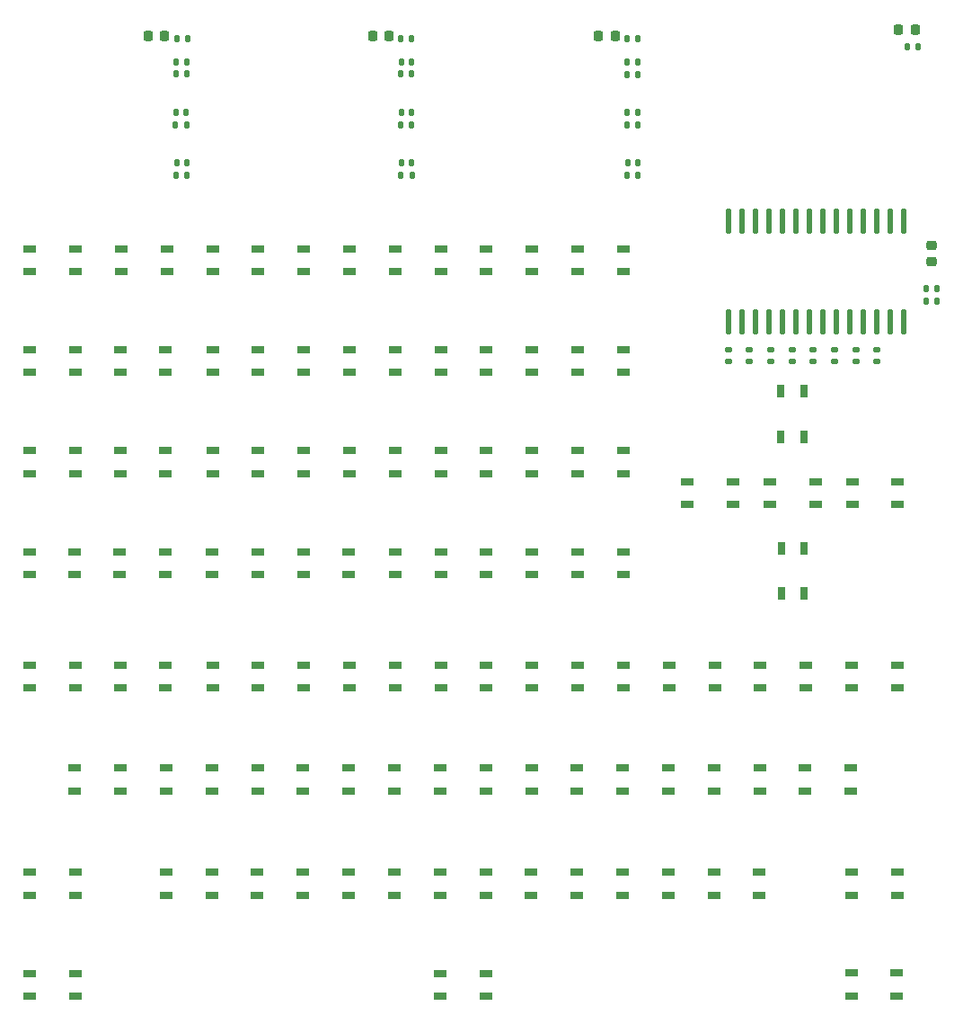
<source format=gtp>
%TF.GenerationSoftware,KiCad,Pcbnew,7.0.5*%
%TF.CreationDate,2023-06-27T19:09:36+08:00*%
%TF.ProjectId,UINIO-Keyboard,55494e49-4f2d-44b6-9579-626f6172642e,Version 3.0.0*%
%TF.SameCoordinates,Original*%
%TF.FileFunction,Paste,Top*%
%TF.FilePolarity,Positive*%
%FSLAX46Y46*%
G04 Gerber Fmt 4.6, Leading zero omitted, Abs format (unit mm)*
G04 Created by KiCad (PCBNEW 7.0.5) date 2023-06-27 19:09:36*
%MOMM*%
%LPD*%
G01*
G04 APERTURE LIST*
G04 Aperture macros list*
%AMRoundRect*
0 Rectangle with rounded corners*
0 $1 Rounding radius*
0 $2 $3 $4 $5 $6 $7 $8 $9 X,Y pos of 4 corners*
0 Add a 4 corners polygon primitive as box body*
4,1,4,$2,$3,$4,$5,$6,$7,$8,$9,$2,$3,0*
0 Add four circle primitives for the rounded corners*
1,1,$1+$1,$2,$3*
1,1,$1+$1,$4,$5*
1,1,$1+$1,$6,$7*
1,1,$1+$1,$8,$9*
0 Add four rect primitives between the rounded corners*
20,1,$1+$1,$2,$3,$4,$5,0*
20,1,$1+$1,$4,$5,$6,$7,0*
20,1,$1+$1,$6,$7,$8,$9,0*
20,1,$1+$1,$8,$9,$2,$3,0*%
G04 Aperture macros list end*
%ADD10R,1.200000X0.650000*%
%ADD11RoundRect,0.135000X-0.135000X-0.185000X0.135000X-0.185000X0.135000X0.185000X-0.135000X0.185000X0*%
%ADD12RoundRect,0.140000X-0.140000X-0.170000X0.140000X-0.170000X0.140000X0.170000X-0.140000X0.170000X0*%
%ADD13RoundRect,0.135000X-0.185000X0.135000X-0.185000X-0.135000X0.185000X-0.135000X0.185000X0.135000X0*%
%ADD14RoundRect,0.218750X0.218750X0.256250X-0.218750X0.256250X-0.218750X-0.256250X0.218750X-0.256250X0*%
%ADD15RoundRect,0.218750X-0.218750X-0.256250X0.218750X-0.256250X0.218750X0.256250X-0.218750X0.256250X0*%
%ADD16R,0.650000X1.200000*%
%ADD17RoundRect,0.218750X-0.256250X0.218750X-0.256250X-0.218750X0.256250X-0.218750X0.256250X0.218750X0*%
%ADD18O,0.574000X2.388000*%
%ADD19RoundRect,0.135000X0.135000X0.185000X-0.135000X0.185000X-0.135000X-0.185000X0.135000X-0.185000X0*%
G04 APERTURE END LIST*
D10*
%TO.C,K29*%
X128082500Y-126150000D03*
X132382500Y-126150000D03*
X128082500Y-128300000D03*
X132382500Y-128300000D03*
%TD*%
%TO.C,K53*%
X141055000Y-77225000D03*
X145355000Y-77225000D03*
X141055000Y-79375000D03*
X145355000Y-79375000D03*
%TD*%
%TO.C,K11*%
X123842500Y-96241666D03*
X128142500Y-96241666D03*
X123842500Y-98391666D03*
X128142500Y-98391666D03*
%TD*%
%TO.C,K42*%
X171098750Y-135950000D03*
X175398750Y-135950000D03*
X171098750Y-138100000D03*
X175398750Y-138100000D03*
%TD*%
D11*
%TO.C,R9*%
X120430000Y-70280000D03*
X121450000Y-70280000D03*
%TD*%
D12*
%TO.C,C9*%
X162960000Y-69170000D03*
X163920000Y-69170000D03*
%TD*%
D10*
%TO.C,K40*%
X153886250Y-135950000D03*
X158186250Y-135950000D03*
X153886250Y-138100000D03*
X158186250Y-138100000D03*
%TD*%
%TO.C,K4*%
X132448750Y-77225000D03*
X136748750Y-77225000D03*
X132448750Y-79375000D03*
X136748750Y-79375000D03*
%TD*%
%TO.C,K26*%
X184086250Y-116425000D03*
X188386250Y-116425000D03*
X184086250Y-118575000D03*
X188386250Y-118575000D03*
%TD*%
%TO.C,K59*%
X149661012Y-96241666D03*
X153961012Y-96241666D03*
X149661012Y-98391666D03*
X153961012Y-98391666D03*
%TD*%
D11*
%TO.C,R19*%
X162930000Y-70310000D03*
X163950000Y-70310000D03*
%TD*%
D10*
%TO.C,K58*%
X149661250Y-86733333D03*
X153961250Y-86733333D03*
X149661250Y-88883333D03*
X153961250Y-88883333D03*
%TD*%
%TO.C,K30*%
X136688750Y-126150000D03*
X140988750Y-126150000D03*
X136688750Y-128300000D03*
X140988750Y-128300000D03*
%TD*%
D12*
%TO.C,C3*%
X120460000Y-69140000D03*
X121420000Y-69140000D03*
%TD*%
D10*
%TO.C,K44*%
X110953750Y-147620000D03*
X106653750Y-147620000D03*
X110953750Y-145470000D03*
X106653750Y-145470000D03*
%TD*%
%TO.C,K39*%
X145295000Y-135950000D03*
X149595000Y-135950000D03*
X145295000Y-138100000D03*
X149595000Y-138100000D03*
%TD*%
D13*
%TO.C,R6*%
X176465714Y-86780000D03*
X176465714Y-87800000D03*
%TD*%
D11*
%TO.C,R11*%
X141620000Y-70280000D03*
X142640000Y-70280000D03*
%TD*%
D10*
%TO.C,K17*%
X106630000Y-116425000D03*
X110930000Y-116425000D03*
X106630000Y-118575000D03*
X110930000Y-118575000D03*
%TD*%
D11*
%TO.C,R21*%
X162920000Y-59690000D03*
X163940000Y-59690000D03*
%TD*%
D12*
%TO.C,C4*%
X141650000Y-69140000D03*
X142610000Y-69140000D03*
%TD*%
D10*
%TO.C,K13*%
X106580000Y-105750000D03*
X110880000Y-105750000D03*
X106580000Y-107900000D03*
X110880000Y-107900000D03*
%TD*%
%TO.C,K32*%
X153901250Y-126150000D03*
X158201250Y-126150000D03*
X153901250Y-128300000D03*
X158201250Y-128300000D03*
%TD*%
%TO.C,K55*%
X141055000Y-96241666D03*
X145355000Y-96241666D03*
X141055000Y-98391666D03*
X145355000Y-98391666D03*
%TD*%
%TO.C,K15*%
X123792500Y-105750000D03*
X128092500Y-105750000D03*
X123792500Y-107900000D03*
X128092500Y-107900000D03*
%TD*%
D12*
%TO.C,C1*%
X120400000Y-64390000D03*
X121360000Y-64390000D03*
%TD*%
D10*
%TO.C,K22*%
X149661250Y-116425000D03*
X153961250Y-116425000D03*
X149661250Y-118575000D03*
X153961250Y-118575000D03*
%TD*%
%TO.C,K12*%
X132448750Y-96241666D03*
X136748750Y-96241666D03*
X132448750Y-98391666D03*
X136748750Y-98391666D03*
%TD*%
%TO.C,K56*%
X145355000Y-107900000D03*
X141055000Y-107900000D03*
X145355000Y-105750000D03*
X141055000Y-105750000D03*
%TD*%
D14*
%TO.C,D5*%
X190057500Y-56600000D03*
X188482500Y-56600000D03*
%TD*%
D11*
%TO.C,R17*%
X120457500Y-57430000D03*
X121477500Y-57430000D03*
%TD*%
D10*
%TO.C,K7*%
X123842500Y-86733333D03*
X128142500Y-86733333D03*
X123842500Y-88883333D03*
X128142500Y-88883333D03*
%TD*%
%TO.C,K18*%
X115125333Y-116425000D03*
X119425333Y-116425000D03*
X115125333Y-118575000D03*
X119425333Y-118575000D03*
%TD*%
%TO.C,K3*%
X123842500Y-77225000D03*
X128142500Y-77225000D03*
X123842500Y-79375000D03*
X128142500Y-79375000D03*
%TD*%
%TO.C,K54*%
X141055000Y-86733333D03*
X145355000Y-86733333D03*
X141055000Y-88883333D03*
X145355000Y-88883333D03*
%TD*%
%TO.C,K34*%
X171113750Y-126150000D03*
X175413750Y-126150000D03*
X171113750Y-128300000D03*
X175413750Y-128300000D03*
%TD*%
%TO.C,K50*%
X184140000Y-99165000D03*
X188440000Y-99165000D03*
X184140000Y-101315000D03*
X188440000Y-101315000D03*
%TD*%
%TO.C,K24*%
X166873750Y-116425000D03*
X171173750Y-116425000D03*
X166873750Y-118575000D03*
X171173750Y-118575000D03*
%TD*%
%TO.C,K64*%
X158267500Y-105750000D03*
X162567500Y-105750000D03*
X158267500Y-107900000D03*
X162567500Y-107900000D03*
%TD*%
D13*
%TO.C,R3*%
X182482856Y-86780000D03*
X182482856Y-87800000D03*
%TD*%
D10*
%TO.C,K16*%
X132398750Y-105750000D03*
X136698750Y-105750000D03*
X132398750Y-107900000D03*
X136698750Y-107900000D03*
%TD*%
%TO.C,K49*%
X176370000Y-99165000D03*
X180670000Y-99165000D03*
X176370000Y-101315000D03*
X180670000Y-101315000D03*
%TD*%
%TO.C,K14*%
X115075333Y-105750000D03*
X119375333Y-105750000D03*
X115075333Y-107900000D03*
X119375333Y-107900000D03*
%TD*%
%TO.C,K21*%
X141055000Y-116425000D03*
X145355000Y-116425000D03*
X141055000Y-118575000D03*
X145355000Y-118575000D03*
%TD*%
%TO.C,K31*%
X145295000Y-126150000D03*
X149595000Y-126150000D03*
X145295000Y-128300000D03*
X149595000Y-128300000D03*
%TD*%
%TO.C,K19*%
X123858666Y-116425000D03*
X128158666Y-116425000D03*
X123858666Y-118575000D03*
X128158666Y-118575000D03*
%TD*%
%TO.C,K5*%
X106630000Y-86733332D03*
X110930000Y-86733332D03*
X106630000Y-88883332D03*
X110930000Y-88883332D03*
%TD*%
%TO.C,K60*%
X149661250Y-105750000D03*
X153961250Y-105750000D03*
X149661250Y-107900000D03*
X153961250Y-107900000D03*
%TD*%
%TO.C,K33*%
X162507500Y-126150000D03*
X166807500Y-126150000D03*
X162507500Y-128300000D03*
X166807500Y-128300000D03*
%TD*%
%TO.C,K9*%
X106630000Y-96241664D03*
X110930000Y-96241664D03*
X106630000Y-98391664D03*
X110930000Y-98391664D03*
%TD*%
%TO.C,K46*%
X184086250Y-135950000D03*
X188386250Y-135950000D03*
X184086250Y-138100000D03*
X188386250Y-138100000D03*
%TD*%
D15*
%TO.C,D4*%
X160222500Y-57170000D03*
X161797500Y-57170000D03*
%TD*%
D10*
%TO.C,K28*%
X119476250Y-126150000D03*
X123776250Y-126150000D03*
X119476250Y-128300000D03*
X123776250Y-128300000D03*
%TD*%
%TO.C,K35*%
X179720000Y-126150000D03*
X184020000Y-126150000D03*
X179720000Y-128300000D03*
X184020000Y-128300000D03*
%TD*%
%TO.C,K10*%
X115125333Y-96241666D03*
X119425333Y-96241666D03*
X115125333Y-98391666D03*
X119425333Y-98391666D03*
%TD*%
D11*
%TO.C,R13*%
X120420000Y-60790000D03*
X121440000Y-60790000D03*
%TD*%
%TO.C,R10*%
X120370000Y-65540000D03*
X121390000Y-65540000D03*
%TD*%
D12*
%TO.C,C7*%
X191135000Y-82166250D03*
X192095000Y-82166250D03*
%TD*%
D16*
%TO.C,K51*%
X179585000Y-90630000D03*
X179585000Y-94930000D03*
X177435000Y-90630000D03*
X177435000Y-94930000D03*
%TD*%
D17*
%TO.C,D1*%
X191650000Y-76902250D03*
X191650000Y-78477250D03*
%TD*%
D11*
%TO.C,R16*%
X141610000Y-57430000D03*
X142630000Y-57430000D03*
%TD*%
D10*
%TO.C,K8*%
X132448750Y-86733333D03*
X136748750Y-86733333D03*
X132448750Y-88883333D03*
X136748750Y-88883333D03*
%TD*%
%TO.C,K63*%
X158267500Y-96241666D03*
X162567500Y-96241666D03*
X158267500Y-98391666D03*
X162567500Y-98391666D03*
%TD*%
%TO.C,K20*%
X132448750Y-116425000D03*
X136748750Y-116425000D03*
X132448750Y-118575000D03*
X136748750Y-118575000D03*
%TD*%
D16*
%TO.C,K52*%
X177450000Y-109720000D03*
X177450000Y-105420000D03*
X179600000Y-109720000D03*
X179600000Y-105420000D03*
%TD*%
D12*
%TO.C,C8*%
X162939000Y-64420000D03*
X163899000Y-64420000D03*
%TD*%
D11*
%TO.C,R12*%
X141599000Y-65540000D03*
X142619000Y-65540000D03*
%TD*%
%TO.C,R18*%
X162910000Y-57430000D03*
X163930000Y-57430000D03*
%TD*%
D10*
%TO.C,K6*%
X115125333Y-86733333D03*
X119425333Y-86733333D03*
X115125333Y-88883333D03*
X119425333Y-88883333D03*
%TD*%
%TO.C,K36*%
X119470000Y-135950000D03*
X123770000Y-135950000D03*
X119470000Y-138100000D03*
X123770000Y-138100000D03*
%TD*%
%TO.C,K45*%
X149618750Y-147620000D03*
X145318750Y-147620000D03*
X149618750Y-145470000D03*
X145318750Y-145470000D03*
%TD*%
D11*
%TO.C,R14*%
X141610000Y-60790000D03*
X142630000Y-60790000D03*
%TD*%
D13*
%TO.C,R4*%
X180477142Y-86780000D03*
X180477142Y-87800000D03*
%TD*%
D10*
%TO.C,K48*%
X172900000Y-101315000D03*
X168600000Y-101315000D03*
X172900000Y-99165000D03*
X168600000Y-99165000D03*
%TD*%
D13*
%TO.C,R1*%
X186494286Y-86780000D03*
X186494286Y-87800000D03*
%TD*%
D10*
%TO.C,K1*%
X106630000Y-77225000D03*
X110930000Y-77225000D03*
X106630000Y-79375000D03*
X110930000Y-79375000D03*
%TD*%
%TO.C,K27*%
X110870000Y-126150000D03*
X115170000Y-126150000D03*
X110870000Y-128300000D03*
X115170000Y-128300000D03*
%TD*%
%TO.C,K47*%
X184050000Y-145455000D03*
X188350000Y-145455000D03*
X184050000Y-147605000D03*
X188350000Y-147605000D03*
%TD*%
D13*
%TO.C,R8*%
X172454286Y-86780000D03*
X172454286Y-87800000D03*
%TD*%
D10*
%TO.C,K37*%
X128067500Y-135950000D03*
X132367500Y-135950000D03*
X128067500Y-138100000D03*
X132367500Y-138100000D03*
%TD*%
D12*
%TO.C,C2*%
X141629000Y-64390000D03*
X142589000Y-64390000D03*
%TD*%
D13*
%TO.C,R5*%
X178471428Y-86780000D03*
X178471428Y-87800000D03*
%TD*%
D15*
%TO.C,D3*%
X117762500Y-57170000D03*
X119337500Y-57170000D03*
%TD*%
D10*
%TO.C,K2*%
X115236250Y-77225000D03*
X119536250Y-77225000D03*
X115236250Y-79375000D03*
X119536250Y-79375000D03*
%TD*%
%TO.C,K41*%
X162492500Y-135950000D03*
X166792500Y-135950000D03*
X162492500Y-138100000D03*
X166792500Y-138100000D03*
%TD*%
D12*
%TO.C,C5*%
X120450000Y-59660000D03*
X121410000Y-59660000D03*
%TD*%
%TO.C,C6*%
X141640000Y-59660000D03*
X142600000Y-59660000D03*
%TD*%
D10*
%TO.C,K23*%
X158267500Y-116425000D03*
X162567500Y-116425000D03*
X158267500Y-118575000D03*
X162567500Y-118575000D03*
%TD*%
%TO.C,K62*%
X158267500Y-86733333D03*
X162567500Y-86733333D03*
X158267500Y-88883333D03*
X162567500Y-88883333D03*
%TD*%
D18*
%TO.C,U1*%
X172445000Y-84084000D03*
X173715000Y-84084000D03*
X174985000Y-84084000D03*
X176255000Y-84084000D03*
X177525000Y-84084000D03*
X178795000Y-84084000D03*
X180065000Y-84084000D03*
X181335000Y-84084000D03*
X182605000Y-84084000D03*
X183875000Y-84084000D03*
X185145000Y-84084000D03*
X186415000Y-84084000D03*
X187685000Y-84084000D03*
X188955000Y-84084000D03*
X188955000Y-74596000D03*
X187685000Y-74596000D03*
X186415000Y-74596000D03*
X185145000Y-74596000D03*
X183875000Y-74596000D03*
X182605000Y-74596000D03*
X181335000Y-74596000D03*
X180065000Y-74596000D03*
X178795000Y-74596000D03*
X177525000Y-74596000D03*
X176255000Y-74596000D03*
X174985000Y-74596000D03*
X173715000Y-74596000D03*
X172445000Y-74596000D03*
%TD*%
D13*
%TO.C,R7*%
X174460000Y-86780000D03*
X174460000Y-87800000D03*
%TD*%
D10*
%TO.C,K57*%
X153961250Y-79375000D03*
X149661250Y-79375000D03*
X153961250Y-77225000D03*
X149661250Y-77225000D03*
%TD*%
D12*
%TO.C,C10*%
X162950000Y-60820000D03*
X163910000Y-60820000D03*
%TD*%
D13*
%TO.C,R2*%
X184488570Y-86780000D03*
X184488570Y-87800000D03*
%TD*%
D10*
%TO.C,K61*%
X158267500Y-77225000D03*
X162567500Y-77225000D03*
X158267500Y-79375000D03*
X162567500Y-79375000D03*
%TD*%
%TO.C,K38*%
X136673750Y-135950000D03*
X140973750Y-135950000D03*
X136673750Y-138100000D03*
X140973750Y-138100000D03*
%TD*%
D11*
%TO.C,R22*%
X189330000Y-58180000D03*
X190350000Y-58180000D03*
%TD*%
D10*
%TO.C,K25*%
X175480000Y-116425000D03*
X179780000Y-116425000D03*
X175480000Y-118575000D03*
X179780000Y-118575000D03*
%TD*%
D19*
%TO.C,R15*%
X192140000Y-80980000D03*
X191120000Y-80980000D03*
%TD*%
D10*
%TO.C,K43*%
X106630000Y-135950000D03*
X110930000Y-135950000D03*
X106630000Y-138100000D03*
X110930000Y-138100000D03*
%TD*%
D11*
%TO.C,R20*%
X162909000Y-65570000D03*
X163929000Y-65570000D03*
%TD*%
D15*
%TO.C,D2*%
X138922500Y-57170000D03*
X140497500Y-57170000D03*
%TD*%
M02*

</source>
